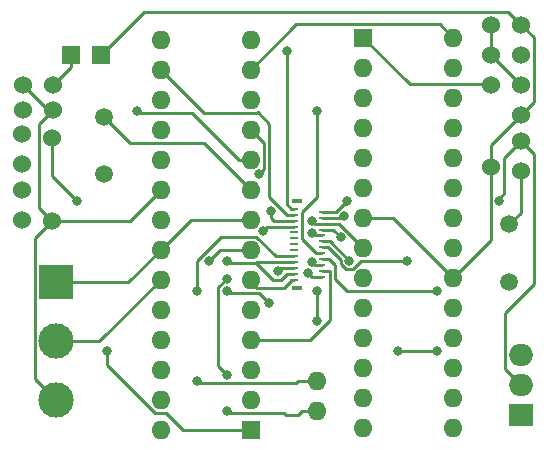
<source format=gbr>
%TF.GenerationSoftware,KiCad,Pcbnew,7.0.6-0*%
%TF.CreationDate,2024-03-12T16:57:41-04:00*%
%TF.ProjectId,Bai_channels,4261695f-6368-4616-9e6e-656c732e6b69,rev?*%
%TF.SameCoordinates,Original*%
%TF.FileFunction,Copper,L1,Top*%
%TF.FilePolarity,Positive*%
%FSLAX46Y46*%
G04 Gerber Fmt 4.6, Leading zero omitted, Abs format (unit mm)*
G04 Created by KiCad (PCBNEW 7.0.6-0) date 2024-03-12 16:57:41*
%MOMM*%
%LPD*%
G01*
G04 APERTURE LIST*
%TA.AperFunction,ComponentPad*%
%ADD10C,1.524000*%
%TD*%
%TA.AperFunction,ComponentPad*%
%ADD11C,1.500000*%
%TD*%
%TA.AperFunction,ComponentPad*%
%ADD12O,1.600000X1.600000*%
%TD*%
%TA.AperFunction,ComponentPad*%
%ADD13R,3.000000X3.000000*%
%TD*%
%TA.AperFunction,ComponentPad*%
%ADD14C,3.000000*%
%TD*%
%TA.AperFunction,ComponentPad*%
%ADD15R,1.600000X1.600000*%
%TD*%
%TA.AperFunction,ComponentPad*%
%ADD16R,2.000000X1.905000*%
%TD*%
%TA.AperFunction,ComponentPad*%
%ADD17O,2.000000X1.905000*%
%TD*%
%TA.AperFunction,SMDPad,CuDef*%
%ADD18R,1.524000X1.524000*%
%TD*%
%TA.AperFunction,SMDPad,CuDef*%
%ADD19R,0.720000X0.250000*%
%TD*%
%TA.AperFunction,SMDPad,CuDef*%
%ADD20R,0.570000X0.250000*%
%TD*%
%TA.AperFunction,SMDPad,CuDef*%
%ADD21R,0.950000X0.400000*%
%TD*%
%TA.AperFunction,ViaPad*%
%ADD22C,0.800000*%
%TD*%
%TA.AperFunction,Conductor*%
%ADD23C,0.250000*%
%TD*%
G04 APERTURE END LIST*
D10*
%TO.P,C7,1*%
%TO.N,Net-(U4-XTAL2{slash}PB7)*%
X177295000Y-81595000D03*
%TO.P,C7,2*%
%TO.N,Net-(U1-GND)*%
X174755000Y-81595000D03*
%TD*%
D11*
%TO.P,16MHz1,1,1*%
%TO.N,Net-(U3-XTAL1{slash}PB6)*%
X141975000Y-86855000D03*
%TO.P,16MHz1,2,2*%
%TO.N,Net-(U3-XTAL2{slash}PB7)*%
X141975000Y-91735000D03*
%TD*%
D12*
%TO.P,J2,1,Pin_1*%
%TO.N,Net-(J2-Pin_1)*%
X160020000Y-109220000D03*
%TO.P,J2,2,Pin_2*%
%TO.N,Net-(J2-Pin_2)*%
X160020000Y-111760000D03*
%TD*%
D13*
%TO.P,RV1,1,1*%
%TO.N,Net-(U1-GND)*%
X137975000Y-100855000D03*
D14*
%TO.P,RV1,2,2*%
%TO.N,Net-(U3-PC0)*%
X137975000Y-105855000D03*
%TO.P,RV1,3,3*%
%TO.N,Net-(U2-VO)*%
X137975000Y-110855000D03*
%TD*%
D15*
%TO.P,U4,1,~{RESET}/PC6*%
%TO.N,Net-(U4-~{RESET}{slash}PC6)*%
X163975000Y-80155000D03*
D12*
%TO.P,U4,2,PD0*%
%TO.N,unconnected-(U4-PD0-Pad2)*%
X163975000Y-82695000D03*
%TO.P,U4,3,PD1*%
%TO.N,unconnected-(U4-PD1-Pad3)*%
X163975000Y-85235000D03*
%TO.P,U4,4,PD2*%
%TO.N,unconnected-(U4-PD2-Pad4)*%
X163975000Y-87775000D03*
%TO.P,U4,5,PD3*%
%TO.N,unconnected-(U4-PD3-Pad5)*%
X163975000Y-90315000D03*
%TO.P,U4,6,PD4*%
%TO.N,unconnected-(U4-PD4-Pad6)*%
X163975000Y-92855000D03*
%TO.P,U4,7,VCC*%
%TO.N,Net-(U1-VCC)*%
X163975000Y-95395000D03*
%TO.P,U4,8,GND*%
%TO.N,Net-(U1-GND)*%
X163975000Y-97935000D03*
%TO.P,U4,9,XTAL1/PB6*%
%TO.N,Net-(U4-XTAL1{slash}PB6)*%
X163975000Y-100475000D03*
%TO.P,U4,10,XTAL2/PB7*%
%TO.N,Net-(U4-XTAL2{slash}PB7)*%
X163975000Y-103015000D03*
%TO.P,U4,11,PD5*%
%TO.N,unconnected-(U4-PD5-Pad11)*%
X163975000Y-105555000D03*
%TO.P,U4,12,PD6*%
%TO.N,unconnected-(U4-PD6-Pad12)*%
X163975000Y-108095000D03*
%TO.P,U4,13,PD7*%
%TO.N,unconnected-(U4-PD7-Pad13)*%
X163975000Y-110635000D03*
%TO.P,U4,14,PB0*%
%TO.N,Net-(U4-PB0)*%
X163975000Y-113175000D03*
%TO.P,U4,15,PB1*%
%TO.N,Net-(U4-PB1)*%
X171595000Y-113175000D03*
%TO.P,U4,16,PB2*%
%TO.N,Net-(U4-PB2)*%
X171595000Y-110635000D03*
%TO.P,U4,17,PB3*%
%TO.N,unconnected-(U4-PB3-Pad17)*%
X171595000Y-108095000D03*
%TO.P,U4,18,PB4*%
%TO.N,unconnected-(U4-PB4-Pad18)*%
X171595000Y-105555000D03*
%TO.P,U4,19,PB5*%
%TO.N,unconnected-(U4-PB5-Pad19)*%
X171595000Y-103015000D03*
%TO.P,U4,20,AVCC*%
%TO.N,Net-(U1-VCC)*%
X171595000Y-100475000D03*
%TO.P,U4,21,AREF*%
%TO.N,unconnected-(U4-AREF-Pad21)*%
X171595000Y-97935000D03*
%TO.P,U4,22,GND*%
%TO.N,Net-(U1-GND)*%
X171595000Y-95395000D03*
%TO.P,U4,23,PC0*%
%TO.N,Net-(U3-PC0)*%
X171595000Y-92855000D03*
%TO.P,U4,24,PC1*%
%TO.N,unconnected-(U4-PC1-Pad24)*%
X171595000Y-90315000D03*
%TO.P,U4,25,PC2*%
%TO.N,unconnected-(U4-PC2-Pad25)*%
X171595000Y-87775000D03*
%TO.P,U4,26,PC3*%
%TO.N,unconnected-(U4-PC3-Pad26)*%
X171595000Y-85235000D03*
%TO.P,U4,27,PC4*%
%TO.N,unconnected-(U4-PC4-Pad27)*%
X171595000Y-82695000D03*
%TO.P,U4,28,PC5*%
%TO.N,Net-(U3-PD7)*%
X171595000Y-80155000D03*
%TD*%
D15*
%TO.P,U3,1,~{RESET}/PC6*%
%TO.N,Net-(U3-~{RESET}{slash}PC6)*%
X154435000Y-113360000D03*
D12*
%TO.P,U3,2,PD0*%
%TO.N,Net-(U3-PD0)*%
X154435000Y-110820000D03*
%TO.P,U3,3,PD1*%
%TO.N,Net-(U3-PD1)*%
X154435000Y-108280000D03*
%TO.P,U3,4,PD2*%
%TO.N,Net-(U3-PD2)*%
X154435000Y-105740000D03*
%TO.P,U3,5,PD3*%
%TO.N,Net-(U3-PD3)*%
X154435000Y-103200000D03*
%TO.P,U3,6,PD4*%
%TO.N,Net-(U3-PD4)*%
X154435000Y-100660000D03*
%TO.P,U3,7,VCC*%
%TO.N,Net-(U2-VO)*%
X154435000Y-98120000D03*
%TO.P,U3,8,GND*%
%TO.N,Net-(U1-GND)*%
X154435000Y-95580000D03*
%TO.P,U3,9,XTAL1/PB6*%
%TO.N,Net-(U3-XTAL1{slash}PB6)*%
X154435000Y-93040000D03*
%TO.P,U3,10,XTAL2/PB7*%
%TO.N,Net-(U3-XTAL2{slash}PB7)*%
X154435000Y-90500000D03*
%TO.P,U3,11,PD5*%
%TO.N,Net-(U3-PD5)*%
X154435000Y-87960000D03*
%TO.P,U3,12,PD6*%
%TO.N,Net-(U3-PD6)*%
X154435000Y-85420000D03*
%TO.P,U3,13,PD7*%
%TO.N,Net-(U3-PD7)*%
X154435000Y-82880000D03*
%TO.P,U3,14,PB0*%
%TO.N,Net-(U3-PB0)*%
X154435000Y-80340000D03*
%TO.P,U3,15,PB1*%
%TO.N,Net-(U3-PB1)*%
X146815000Y-80340000D03*
%TO.P,U3,16,PB2*%
%TO.N,Net-(U3-PB2)*%
X146815000Y-82880000D03*
%TO.P,U3,17,PB3*%
%TO.N,Net-(U3-PB3)*%
X146815000Y-85420000D03*
%TO.P,U3,18,PB4*%
%TO.N,Net-(U3-PB4)*%
X146815000Y-87960000D03*
%TO.P,U3,19,PB5*%
%TO.N,Net-(U3-PB5)*%
X146815000Y-90500000D03*
%TO.P,U3,20,AVCC*%
%TO.N,Net-(U2-VO)*%
X146815000Y-93040000D03*
%TO.P,U3,21,AREF*%
%TO.N,unconnected-(U3-AREF-Pad21)*%
X146815000Y-95580000D03*
%TO.P,U3,22,GND*%
%TO.N,Net-(U1-GND)*%
X146815000Y-98120000D03*
%TO.P,U3,23,PC0*%
%TO.N,Net-(U3-PC0)*%
X146815000Y-100660000D03*
%TO.P,U3,24,PC1*%
%TO.N,unconnected-(U3-PC1-Pad24)*%
X146815000Y-103200000D03*
%TO.P,U3,25,PC2*%
%TO.N,unconnected-(U3-PC2-Pad25)*%
X146815000Y-105740000D03*
%TO.P,U3,26,PC3*%
%TO.N,unconnected-(U3-PC3-Pad26)*%
X146815000Y-108280000D03*
%TO.P,U3,27,PC4*%
%TO.N,unconnected-(U3-PC4-Pad27)*%
X146815000Y-110820000D03*
%TO.P,U3,28,PC5*%
%TO.N,unconnected-(U3-PC5-Pad28)*%
X146815000Y-113360000D03*
%TD*%
D10*
%TO.P,C8,1*%
%TO.N,Net-(U4-XTAL1{slash}PB6)*%
X177295000Y-91455000D03*
%TO.P,C8,2*%
%TO.N,Net-(U1-GND)*%
X177295000Y-88915000D03*
%TD*%
%TO.P,C1,1*%
%TO.N,Net-(U1-VCC)*%
X177295000Y-79055000D03*
%TO.P,C1,2*%
%TO.N,Net-(U1-GND)*%
X174755000Y-79055000D03*
%TD*%
%TO.P,C5,1*%
%TO.N,Net-(U3-XTAL2{slash}PB7)*%
X135075000Y-95555000D03*
%TO.P,C5,2*%
%TO.N,Net-(U1-GND)*%
X135075000Y-93015000D03*
%TD*%
D16*
%TO.P,U2,1,VI*%
%TO.N,Net-(U1-VCC)*%
X177295000Y-112075000D03*
D17*
%TO.P,U2,2,GND*%
%TO.N,Net-(U1-GND)*%
X177295000Y-109535000D03*
%TO.P,U2,3,VO*%
%TO.N,Net-(U2-VO)*%
X177295000Y-106995000D03*
%TD*%
D10*
%TO.P,C4,1*%
%TO.N,Net-(U1-VCC)*%
X177295000Y-86675000D03*
%TO.P,C4,2*%
%TO.N,Net-(U1-GND)*%
X177295000Y-84135000D03*
%TD*%
D11*
%TO.P,16MHz2,1,1*%
%TO.N,Net-(U4-XTAL1{slash}PB6)*%
X176325000Y-95955000D03*
%TO.P,16MHz2,2,2*%
%TO.N,Net-(U4-XTAL2{slash}PB7)*%
X176325000Y-100835000D03*
%TD*%
D10*
%TO.P,C3,1*%
%TO.N,Net-(U2-VO)*%
X137675000Y-86255000D03*
%TO.P,C3,2*%
%TO.N,Net-(U1-GND)*%
X135135000Y-86255000D03*
%TD*%
%TO.P,R2,1*%
%TO.N,Net-(U4-~{RESET}{slash}PC6)*%
X174755000Y-84135000D03*
%TO.P,R2,2*%
%TO.N,Net-(U1-VCC)*%
X174755000Y-91135000D03*
%TD*%
%TO.P,R1,1*%
%TO.N,Net-(U3-~{RESET}{slash}PC6)*%
X137575000Y-88655000D03*
%TO.P,R1,2*%
%TO.N,Net-(U2-VO)*%
X137575000Y-95655000D03*
%TD*%
D18*
%TO.P,U1,1,VCC*%
%TO.N,Net-(U1-VCC)*%
X141735000Y-81595000D03*
%TO.P,U1,2,GND*%
%TO.N,Net-(U1-GND)*%
X139195000Y-81595000D03*
%TD*%
D10*
%TO.P,C2,1*%
%TO.N,Net-(U2-VO)*%
X135125000Y-84135000D03*
%TO.P,C2,2*%
%TO.N,Net-(U1-GND)*%
X137665000Y-84135000D03*
%TD*%
D19*
%TO.P,J1,1,1*%
%TO.N,Net-(U3-PB0)*%
X158105001Y-94650001D03*
D20*
%TO.P,J1,2,2*%
%TO.N,Net-(U3-PB1)*%
X160505001Y-94899937D03*
D19*
%TO.P,J1,3,3*%
%TO.N,Net-(U3-PB2)*%
X158105001Y-95150001D03*
D20*
%TO.P,J1,4,4*%
%TO.N,Net-(U3-PB3)*%
X160505001Y-95399937D03*
D19*
%TO.P,J1,5,5*%
%TO.N,Net-(U3-PB4)*%
X158105001Y-95650001D03*
D20*
%TO.P,J1,6,6*%
%TO.N,Net-(U1-GND)*%
X160505001Y-95899937D03*
D19*
%TO.P,J1,7,7*%
%TO.N,Net-(U3-PD0)*%
X158105001Y-96150001D03*
D20*
%TO.P,J1,8,8*%
%TO.N,Net-(U3-PD1)*%
X160505001Y-96399937D03*
D19*
%TO.P,J1,9,9*%
%TO.N,unconnected-(J1-Pad9)*%
X158105001Y-96650001D03*
D20*
%TO.P,J1,10,10*%
%TO.N,Net-(U3-PD3)*%
X160505001Y-96899937D03*
D19*
%TO.P,J1,11,11*%
%TO.N,unconnected-(J1-Pad11)*%
X158105001Y-97150001D03*
D20*
%TO.P,J1,12,12*%
%TO.N,Net-(U3-PD5)*%
X160505001Y-97399937D03*
D19*
%TO.P,J1,13,13*%
%TO.N,unconnected-(J1-Pad13)*%
X158105001Y-97649993D03*
D20*
%TO.P,J1,14,14*%
%TO.N,Net-(U4-PB0)*%
X160505001Y-97899937D03*
D19*
%TO.P,J1,15,15*%
%TO.N,unconnected-(J1-Pad15)*%
X158105001Y-98150001D03*
D20*
%TO.P,J1,16,16*%
%TO.N,Net-(U3-PD6)*%
X160505001Y-98399937D03*
D19*
%TO.P,J1,17,17*%
%TO.N,Net-(J2-Pin_1)*%
X158105001Y-98650001D03*
D20*
%TO.P,J1,18,18*%
%TO.N,Net-(U4-PB1)*%
X160505001Y-98899937D03*
D19*
%TO.P,J1,19,19*%
%TO.N,Net-(U1-GND)*%
X158105001Y-99150001D03*
D20*
%TO.P,J1,20,20*%
%TO.N,Net-(U4-PB2)*%
X160505001Y-99399937D03*
D19*
%TO.P,J1,21,21*%
%TO.N,Net-(J2-Pin_2)*%
X158105001Y-99650001D03*
D20*
%TO.P,J1,22,22*%
%TO.N,Net-(U3-PD2)*%
X160505001Y-99899937D03*
D19*
%TO.P,J1,23,23*%
%TO.N,Net-(U1-GND)*%
X158105001Y-100150001D03*
D20*
%TO.P,J1,24,24*%
%TO.N,Net-(U3-PB5)*%
X160505001Y-100399937D03*
D19*
%TO.P,J1,25,25*%
%TO.N,Net-(U3-PD4)*%
X158105001Y-100650001D03*
D21*
%TO.P,J1,P1,P1*%
%TO.N,unconnected-(J1-PadP1)*%
X158370002Y-93980000D03*
%TO.P,J1,P2,P2*%
%TO.N,unconnected-(J1-PadP2)*%
X158370002Y-101319986D03*
%TD*%
D10*
%TO.P,C6,1*%
%TO.N,Net-(U3-XTAL1{slash}PB6)*%
X135075000Y-88355000D03*
%TO.P,C6,2*%
%TO.N,Net-(U1-GND)*%
X135075000Y-90895000D03*
%TD*%
D22*
%TO.N,Net-(U3-XTAL2{slash}PB7)*%
X144780000Y-86360000D03*
%TO.N,Net-(U1-GND)*%
X175479500Y-93980000D03*
X152400000Y-99060000D03*
X159638717Y-95670140D03*
%TO.N,Net-(U2-VO)*%
X150884600Y-99060000D03*
%TO.N,Net-(U3-PB0)*%
X157480000Y-81280000D03*
%TO.N,Net-(U3-PB1)*%
X162560000Y-93980000D03*
%TO.N,Net-(U3-PB3)*%
X162348411Y-95216188D03*
%TO.N,Net-(U3-PB4)*%
X156151312Y-94855912D03*
%TO.N,Net-(U3-PB5)*%
X159243475Y-100050406D03*
X155999800Y-102659800D03*
X152400000Y-101600000D03*
%TO.N,Net-(U3-PD0)*%
X155463250Y-96529372D03*
X152400000Y-108680500D03*
X152400884Y-100576286D03*
%TO.N,Net-(U3-PD1)*%
X162047700Y-97032300D03*
%TO.N,Net-(U3-PD3)*%
X159638226Y-96669642D03*
%TO.N,Net-(U3-PD5)*%
X162772200Y-99060000D03*
X155097331Y-91732853D03*
%TO.N,Net-(U3-PD6)*%
X160020000Y-86360000D03*
%TO.N,Net-(U4-PB0)*%
X167640000Y-99060000D03*
%TO.N,Net-(U4-PB1)*%
X170180000Y-101600000D03*
%TO.N,Net-(U4-PB2)*%
X159629959Y-99128650D03*
X166915500Y-106680000D03*
X170180000Y-106680000D03*
X160020000Y-101600000D03*
X160020000Y-104140000D03*
%TO.N,Net-(U3-~{RESET}{slash}PC6)*%
X139700000Y-93980000D03*
X142240000Y-106680000D03*
%TO.N,Net-(J2-Pin_1)*%
X149860000Y-109220000D03*
X149860000Y-101600000D03*
%TO.N,Net-(J2-Pin_2)*%
X156736389Y-99874012D03*
X152400000Y-111760000D03*
%TD*%
D23*
%TO.N,Net-(U3-XTAL1{slash}PB6)*%
X150480000Y-89085000D02*
X154435000Y-93040000D01*
X144205000Y-89085000D02*
X150480000Y-89085000D01*
X141975000Y-86855000D02*
X144205000Y-89085000D01*
%TO.N,Net-(U3-XTAL2{slash}PB7)*%
X149473604Y-86545000D02*
X153428604Y-90500000D01*
X144965000Y-86545000D02*
X149473604Y-86545000D01*
X144780000Y-86360000D02*
X144965000Y-86545000D01*
X153428604Y-90500000D02*
X154435000Y-90500000D01*
%TO.N,Net-(U1-VCC)*%
X174755000Y-97315000D02*
X171595000Y-100475000D01*
X166515000Y-95395000D02*
X163975000Y-95395000D01*
X141735000Y-81595000D02*
X145362000Y-77968000D01*
X171595000Y-100475000D02*
X166515000Y-95395000D01*
X176208000Y-77968000D02*
X177295000Y-79055000D01*
X177295000Y-86675000D02*
X174755000Y-89215000D01*
X178382000Y-85588000D02*
X177295000Y-86675000D01*
X174755000Y-91135000D02*
X174755000Y-97315000D01*
X174755000Y-89215000D02*
X174755000Y-91135000D01*
X177295000Y-79055000D02*
X178382000Y-80142000D01*
X178382000Y-80142000D02*
X178382000Y-85588000D01*
X145362000Y-77968000D02*
X176208000Y-77968000D01*
%TO.N,Net-(U4-XTAL1{slash}PB6)*%
X177295000Y-91455000D02*
X177295000Y-94985000D01*
X177295000Y-94985000D02*
X176325000Y-95955000D01*
%TO.N,Net-(U1-GND)*%
X152400000Y-99060000D02*
X152585000Y-99245000D01*
X157030000Y-100650001D02*
X156305992Y-100650001D01*
X154995990Y-99150001D02*
X154900991Y-99245000D01*
X137975000Y-100855000D02*
X144080000Y-100855000D01*
X175842000Y-93398000D02*
X175479500Y-93760500D01*
X158105001Y-99150001D02*
X154995990Y-99150001D01*
X177295000Y-109535000D02*
X175970000Y-108210000D01*
X175970000Y-108210000D02*
X175970000Y-103430000D01*
X174755000Y-81595000D02*
X177295000Y-84135000D01*
X178382000Y-101018000D02*
X178382000Y-90002000D01*
X178382000Y-90002000D02*
X177295000Y-88915000D01*
X175479500Y-93760500D02*
X175479500Y-93980000D01*
X161939937Y-95899937D02*
X163975000Y-97935000D01*
X137665000Y-84135000D02*
X139195000Y-82605000D01*
X177295000Y-88915000D02*
X175842000Y-90368000D01*
X139195000Y-82605000D02*
X139195000Y-81595000D01*
X159868514Y-95899937D02*
X159638717Y-95670140D01*
X175970000Y-103430000D02*
X178382000Y-101018000D01*
X160505001Y-95899937D02*
X161939937Y-95899937D01*
X158105001Y-100150001D02*
X157530000Y-100150001D01*
X157530000Y-100150001D02*
X157030000Y-100650001D01*
X174755000Y-79055000D02*
X174755000Y-81595000D01*
X146815000Y-98120000D02*
X149355000Y-95580000D01*
X160505001Y-95899937D02*
X159868514Y-95899937D01*
X175842000Y-90368000D02*
X175842000Y-93398000D01*
X149355000Y-95580000D02*
X154435000Y-95580000D01*
X156305992Y-100650001D02*
X154900991Y-99245000D01*
X152585000Y-99245000D02*
X154900991Y-99245000D01*
X144080000Y-100855000D02*
X146815000Y-98120000D01*
%TO.N,Net-(U2-VO)*%
X136488000Y-94568000D02*
X137575000Y-95655000D01*
X154435000Y-98120000D02*
X151824600Y-98120000D01*
X151824600Y-98120000D02*
X150884600Y-99060000D01*
X137675000Y-86255000D02*
X136488000Y-87442000D01*
X136150000Y-109030000D02*
X136150000Y-97080000D01*
X144200000Y-95655000D02*
X146815000Y-93040000D01*
X137575000Y-95655000D02*
X144200000Y-95655000D01*
X137975000Y-110855000D02*
X136150000Y-109030000D01*
X136488000Y-87442000D02*
X136488000Y-94568000D01*
X135125000Y-84135000D02*
X137245000Y-86255000D01*
X136150000Y-97080000D02*
X137575000Y-95655000D01*
X137245000Y-86255000D02*
X137675000Y-86255000D01*
%TO.N,Net-(U3-PB0)*%
X157480000Y-94260000D02*
X157480000Y-81280000D01*
X158105001Y-94650001D02*
X157870001Y-94650001D01*
X157870001Y-94650001D02*
X157480000Y-94260000D01*
%TO.N,Net-(U3-PB1)*%
X161640063Y-94899937D02*
X162560000Y-93980000D01*
X160505001Y-94899937D02*
X161640063Y-94899937D01*
%TO.N,Net-(U3-PB3)*%
X160505001Y-95399937D02*
X162164662Y-95399937D01*
X162164662Y-95399937D02*
X162348411Y-95216188D01*
%TO.N,Net-(U3-PB4)*%
X156151312Y-95415321D02*
X156151312Y-94855912D01*
X158105001Y-95650001D02*
X156385992Y-95650001D01*
X156385992Y-95650001D02*
X156151312Y-95415321D01*
%TO.N,Net-(U3-PB5)*%
X159593006Y-100399937D02*
X159243475Y-100050406D01*
X155999800Y-102659800D02*
X155125000Y-101785000D01*
X160505001Y-100399937D02*
X159593006Y-100399937D01*
X155125000Y-101785000D02*
X152585000Y-101785000D01*
X152585000Y-101785000D02*
X152400000Y-101600000D01*
%TO.N,Net-(U3-PD0)*%
X151675000Y-101299695D02*
X151675000Y-107955500D01*
X152398409Y-100576286D02*
X151675000Y-101299695D01*
X151675000Y-107955500D02*
X152400000Y-108680500D01*
X155842621Y-96150001D02*
X155463250Y-96529372D01*
X158105001Y-96150001D02*
X155842621Y-96150001D01*
X152400884Y-100576286D02*
X152398409Y-100576286D01*
%TO.N,Net-(U3-PD1)*%
X160505001Y-96399937D02*
X161415337Y-96399937D01*
X161415337Y-96399937D02*
X162047700Y-97032300D01*
%TO.N,Net-(U3-PD2)*%
X159445305Y-105740000D02*
X154435000Y-105740000D01*
X161115001Y-104070304D02*
X159445305Y-105740000D01*
X161115001Y-99949937D02*
X161115001Y-104070304D01*
X160505001Y-99899937D02*
X161065001Y-99899937D01*
X161065001Y-99899937D02*
X161115001Y-99949937D01*
%TO.N,Net-(U3-PD3)*%
X159868521Y-96899937D02*
X159638226Y-96669642D01*
X160505001Y-96899937D02*
X159868521Y-96899937D01*
%TO.N,Net-(U3-PD4)*%
X158105001Y-100650001D02*
X157870001Y-100650001D01*
X154444999Y-100650001D02*
X154435000Y-100660000D01*
X157215000Y-101335000D02*
X157899999Y-100650001D01*
X157899999Y-100650001D02*
X158105001Y-100650001D01*
X154938604Y-101335000D02*
X154435000Y-100831396D01*
X154435000Y-100831396D02*
X154435000Y-100660000D01*
X157215000Y-101335000D02*
X154938604Y-101335000D01*
%TO.N,Net-(U3-PD5)*%
X155560000Y-89085000D02*
X154435000Y-87960000D01*
X155097331Y-91732853D02*
X155560000Y-91270184D01*
X160505001Y-97399937D02*
X161112137Y-97399937D01*
X155560000Y-91270184D02*
X155560000Y-89085000D01*
X161112137Y-97399937D02*
X162772200Y-99060000D01*
%TO.N,Net-(U3-PD6)*%
X158790001Y-97244937D02*
X158790001Y-94885001D01*
X160020000Y-93655002D02*
X160020000Y-86360000D01*
X159945001Y-98399937D02*
X158790001Y-97244937D01*
X158790001Y-94885001D02*
X160020000Y-93655002D01*
X160505001Y-98399937D02*
X159945001Y-98399937D01*
%TO.N,Net-(U4-PB0)*%
X160505001Y-97899937D02*
X160975741Y-97899937D01*
X163797505Y-99060000D02*
X167640000Y-99060000D01*
X160975741Y-97899937D02*
X162047200Y-98971396D01*
X162047200Y-98971396D02*
X162047200Y-99360305D01*
X162471895Y-99785000D02*
X163072505Y-99785000D01*
X162047200Y-99360305D02*
X162471895Y-99785000D01*
X163072505Y-99785000D02*
X163797505Y-99060000D01*
%TO.N,Net-(U4-PB1)*%
X160505001Y-98899937D02*
X161065001Y-98899937D01*
X162560000Y-101600000D02*
X170180000Y-101600000D01*
X161065001Y-98899937D02*
X161565001Y-99399937D01*
X161565001Y-99399937D02*
X161565001Y-100605001D01*
X161565001Y-100605001D02*
X162560000Y-101600000D01*
%TO.N,Net-(U4-PB2)*%
X160020000Y-101600000D02*
X160020000Y-104140000D01*
X159901246Y-99399937D02*
X159629959Y-99128650D01*
X160505001Y-99399937D02*
X159901246Y-99399937D01*
X166915500Y-106680000D02*
X170180000Y-106680000D01*
%TO.N,Net-(U3-~{RESET}{slash}PC6)*%
X147280991Y-111945000D02*
X146349009Y-111945000D01*
X139700000Y-93980000D02*
X137575000Y-91855000D01*
X142240000Y-107835991D02*
X142240000Y-106680000D01*
X146349009Y-111945000D02*
X142240000Y-107835991D01*
X137575000Y-91855000D02*
X137575000Y-88655000D01*
X148695991Y-113360000D02*
X147280991Y-111945000D01*
X154435000Y-113360000D02*
X148695991Y-113360000D01*
%TO.N,Net-(U4-~{RESET}{slash}PC6)*%
X174730000Y-84110000D02*
X167930000Y-84110000D01*
X174755000Y-84135000D02*
X174730000Y-84110000D01*
X167930000Y-84110000D02*
X163975000Y-80155000D01*
%TO.N,Net-(U3-PC0)*%
X137975000Y-105855000D02*
X141620000Y-105855000D01*
X141620000Y-105855000D02*
X146815000Y-100660000D01*
%TO.N,Net-(U3-PD7)*%
X171595000Y-80155000D02*
X170470000Y-79030000D01*
X158285000Y-79030000D02*
X154435000Y-82880000D01*
X170470000Y-79030000D02*
X158285000Y-79030000D01*
%TO.N,Net-(U3-PB2)*%
X154900991Y-86545000D02*
X150480000Y-86545000D01*
X155012996Y-86432995D02*
X154900991Y-86545000D01*
X156010000Y-93690000D02*
X156010000Y-87429999D01*
X150480000Y-86545000D02*
X146815000Y-82880000D01*
X158105001Y-95150001D02*
X157470001Y-95150001D01*
X157470001Y-95150001D02*
X156010000Y-93690000D01*
X156010000Y-87429999D02*
X155012996Y-86432995D01*
%TO.N,Net-(J2-Pin_1)*%
X149860000Y-99060000D02*
X149860000Y-101600000D01*
X154900991Y-96995000D02*
X151925000Y-96995000D01*
X150045000Y-109405000D02*
X158260000Y-109405000D01*
X156555992Y-98650001D02*
X154900991Y-96995000D01*
X158445000Y-109220000D02*
X160020000Y-109220000D01*
X151925000Y-96995000D02*
X149860000Y-99060000D01*
X158260000Y-109405000D02*
X158445000Y-109220000D01*
X158105001Y-98650001D02*
X156555992Y-98650001D01*
X149860000Y-109220000D02*
X150045000Y-109405000D01*
%TO.N,Net-(J2-Pin_2)*%
X158795000Y-111760000D02*
X160020000Y-111760000D01*
X158105001Y-99650001D02*
X156960400Y-99650001D01*
X156960400Y-99650001D02*
X156736389Y-99874012D01*
X152400000Y-111760000D02*
X152585000Y-111945000D01*
X152585000Y-111945000D02*
X157295000Y-111945000D01*
X157295000Y-111945000D02*
X157460000Y-112110000D01*
X158445000Y-112110000D02*
X158795000Y-111760000D01*
X157460000Y-112110000D02*
X158445000Y-112110000D01*
%TD*%
M02*

</source>
